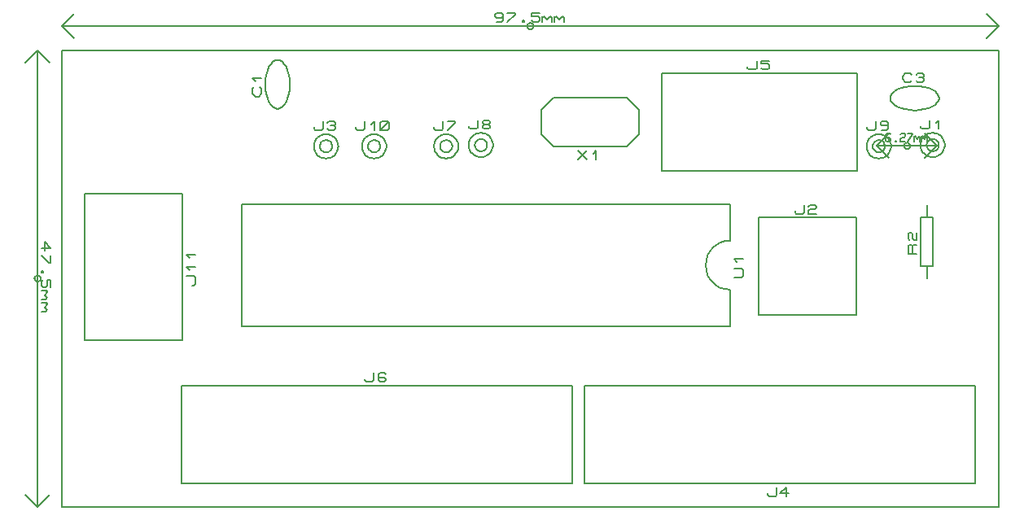
<source format=gbr>
G04 PROTEUS GERBER X2 FILE*
%TF.GenerationSoftware,Labcenter,Proteus,8.6-SP2-Build23525*%
%TF.CreationDate,2018-03-22T21:58:14+00:00*%
%TF.FileFunction,Legend,Top*%
%TF.FilePolarity,Positive*%
%TF.Part,Single*%
%FSLAX45Y45*%
%MOMM*%
G01*
%TA.AperFunction,Material*%
%ADD16C,0.203200*%
%TA.AperFunction,NonMaterial*%
%ADD17C,0.203200*%
%TD.AperFunction*%
D16*
X-5250000Y-3000000D02*
X+4500000Y-3000000D01*
X+4500000Y+1750000D01*
X-5250000Y+1750000D01*
X-5250000Y-3000000D01*
X-3004000Y+1139000D02*
X-3029876Y+1144080D01*
X-3053848Y+1158685D01*
X-3075438Y+1181862D01*
X-3094170Y+1212660D01*
X-3109569Y+1250125D01*
X-3121158Y+1293305D01*
X-3128460Y+1341248D01*
X-3131000Y+1393000D01*
X-3004000Y+1647000D02*
X-3029876Y+1641920D01*
X-3053848Y+1627315D01*
X-3075438Y+1604138D01*
X-3094170Y+1573340D01*
X-3109569Y+1535875D01*
X-3121158Y+1492695D01*
X-3128460Y+1444752D01*
X-3131000Y+1393000D01*
X-3004000Y+1139000D02*
X-2978124Y+1144080D01*
X-2954152Y+1158685D01*
X-2932562Y+1181862D01*
X-2913830Y+1212660D01*
X-2898431Y+1250125D01*
X-2886842Y+1293305D01*
X-2879540Y+1341248D01*
X-2877000Y+1393000D01*
X-3004000Y+1647000D02*
X-2978124Y+1641920D01*
X-2954152Y+1627315D01*
X-2932562Y+1604138D01*
X-2913830Y+1573340D01*
X-2898431Y+1535875D01*
X-2886842Y+1492695D01*
X-2879540Y+1444752D01*
X-2877000Y+1393000D01*
X-3186880Y+1361250D02*
X-3171640Y+1345375D01*
X-3171640Y+1297750D01*
X-3202120Y+1266000D01*
X-3232600Y+1266000D01*
X-3263080Y+1297750D01*
X-3263080Y+1345375D01*
X-3247840Y+1361250D01*
X-3232600Y+1424750D02*
X-3263080Y+1456500D01*
X-3171640Y+1456500D01*
X+3369000Y+1250000D02*
X+3374080Y+1275876D01*
X+3388685Y+1299848D01*
X+3411862Y+1321438D01*
X+3442660Y+1340170D01*
X+3480125Y+1355569D01*
X+3523305Y+1367158D01*
X+3571248Y+1374460D01*
X+3623000Y+1377000D01*
X+3877000Y+1250000D02*
X+3871920Y+1275876D01*
X+3857315Y+1299848D01*
X+3834138Y+1321438D01*
X+3803340Y+1340170D01*
X+3765875Y+1355569D01*
X+3722695Y+1367158D01*
X+3674752Y+1374460D01*
X+3623000Y+1377000D01*
X+3369000Y+1250000D02*
X+3374080Y+1224124D01*
X+3388685Y+1200152D01*
X+3411862Y+1178562D01*
X+3442660Y+1159830D01*
X+3480125Y+1144431D01*
X+3523305Y+1132842D01*
X+3571248Y+1125540D01*
X+3623000Y+1123000D01*
X+3877000Y+1250000D02*
X+3871920Y+1224124D01*
X+3857315Y+1200152D01*
X+3834138Y+1178562D01*
X+3803340Y+1159830D01*
X+3765875Y+1144431D01*
X+3722695Y+1132842D01*
X+3674752Y+1125540D01*
X+3623000Y+1123000D01*
X+3591250Y+1432880D02*
X+3575375Y+1417640D01*
X+3527750Y+1417640D01*
X+3496000Y+1448120D01*
X+3496000Y+1478600D01*
X+3527750Y+1509080D01*
X+3575375Y+1509080D01*
X+3591250Y+1493840D01*
X+3638875Y+1493840D02*
X+3654750Y+1509080D01*
X+3702375Y+1509080D01*
X+3718250Y+1493840D01*
X+3718250Y+1478600D01*
X+3702375Y+1463360D01*
X+3718250Y+1448120D01*
X+3718250Y+1432880D01*
X+3702375Y+1417640D01*
X+3654750Y+1417640D01*
X+3638875Y+1432880D01*
X+3670625Y+1463360D02*
X+3702375Y+1463360D01*
X+1996000Y+8000D02*
X+1996000Y-1008000D01*
X+3012000Y+8000D02*
X+3012000Y-1008000D01*
X+1996000Y-1008000D02*
X+3012000Y-1008000D01*
X+1996000Y+8000D02*
X+3012000Y+8000D01*
X+2377000Y+79120D02*
X+2377000Y+63880D01*
X+2392875Y+48640D01*
X+2456375Y+48640D01*
X+2472250Y+63880D01*
X+2472250Y+140080D01*
X+2519875Y+124840D02*
X+2535750Y+140080D01*
X+2583375Y+140080D01*
X+2599250Y+124840D01*
X+2599250Y+109600D01*
X+2583375Y+94360D01*
X+2535750Y+94360D01*
X+2519875Y+79120D01*
X+2519875Y+48640D01*
X+2599250Y+48640D01*
X+1449000Y-488000D02*
X+1454080Y-539752D01*
X+1468685Y-587695D01*
X+1491862Y-630875D01*
X+1522660Y-668340D01*
X+1560125Y-699138D01*
X+1603305Y-722315D01*
X+1651248Y-736920D01*
X+1703000Y-742000D01*
X+1449000Y-488000D02*
X+1454080Y-435518D01*
X+1468685Y-387233D01*
X+1491862Y-344009D01*
X+1522660Y-306708D01*
X+1560125Y-276193D01*
X+1603305Y-253328D01*
X+1651248Y-238976D01*
X+1703000Y-234000D01*
X+1703000Y-742000D02*
X+1703000Y-1123000D01*
X-3377000Y-1123000D02*
X-3377000Y+147000D01*
X+1703000Y+147000D02*
X+1703000Y-234000D01*
X+1703000Y-1123000D02*
X-3377000Y-1123000D01*
X+1703000Y+147000D02*
X-3377000Y+147000D01*
X+1743640Y-615000D02*
X+1819840Y-615000D01*
X+1835080Y-599125D01*
X+1835080Y-535625D01*
X+1819840Y-519750D01*
X+1743640Y-519750D01*
X+1774120Y-456250D02*
X+1743640Y-424500D01*
X+1835080Y-424500D01*
X+3750000Y-623000D02*
X+3750000Y-496000D01*
X+3686500Y-496000D02*
X+3813500Y-496000D01*
X+3813500Y+12000D01*
X+3686500Y+12000D01*
X+3686500Y-496000D01*
X+3750000Y+12000D02*
X+3750000Y+139000D01*
X+3645860Y-369000D02*
X+3554420Y-369000D01*
X+3554420Y-289625D01*
X+3569660Y-273750D01*
X+3584900Y-273750D01*
X+3600140Y-289625D01*
X+3600140Y-369000D01*
X+3600140Y-289625D02*
X+3615380Y-273750D01*
X+3645860Y-273750D01*
X+3569660Y-226125D02*
X+3554420Y-210250D01*
X+3554420Y-162625D01*
X+3569660Y-146750D01*
X+3584900Y-146750D01*
X+3600140Y-162625D01*
X+3600140Y-210250D01*
X+3615380Y-226125D01*
X+3645860Y-226125D01*
X+3645860Y-146750D01*
X+627000Y+746000D02*
X-135000Y+746000D01*
X-262000Y+873000D01*
X-262000Y+1127000D01*
X-135000Y+1254000D01*
X+627000Y+1254000D01*
X+754000Y+1127000D01*
X+754000Y+873000D01*
X+627000Y+746000D01*
X+119000Y+705360D02*
X+214250Y+613920D01*
X+119000Y+613920D02*
X+214250Y+705360D01*
X+277750Y+674880D02*
X+309500Y+705360D01*
X+309500Y+613920D01*
X-2373000Y+750000D02*
X-2373427Y+760409D01*
X-2376899Y+781228D01*
X-2384155Y+802047D01*
X-2395983Y+822866D01*
X-2414080Y+843524D01*
X-2434899Y+859045D01*
X-2455718Y+869030D01*
X-2476537Y+874814D01*
X-2497356Y+876972D01*
X-2500000Y+877000D01*
X-2627000Y+750000D02*
X-2626573Y+760409D01*
X-2623101Y+781228D01*
X-2615845Y+802047D01*
X-2604017Y+822866D01*
X-2585920Y+843524D01*
X-2565101Y+859045D01*
X-2544282Y+869030D01*
X-2523463Y+874814D01*
X-2502644Y+876972D01*
X-2500000Y+877000D01*
X-2627000Y+750000D02*
X-2626573Y+739591D01*
X-2623101Y+718772D01*
X-2615845Y+697953D01*
X-2604017Y+677134D01*
X-2585920Y+656476D01*
X-2565101Y+640955D01*
X-2544282Y+630970D01*
X-2523463Y+625186D01*
X-2502644Y+623028D01*
X-2500000Y+623000D01*
X-2373000Y+750000D02*
X-2373427Y+739591D01*
X-2376899Y+718772D01*
X-2384155Y+697953D01*
X-2395983Y+677134D01*
X-2414080Y+656476D01*
X-2434899Y+640955D01*
X-2455718Y+630970D01*
X-2476537Y+625186D01*
X-2497356Y+623028D01*
X-2500000Y+623000D01*
X-2436500Y+750000D02*
X-2436717Y+755247D01*
X-2438482Y+765742D01*
X-2442174Y+776237D01*
X-2448202Y+786732D01*
X-2457424Y+797112D01*
X-2467919Y+804800D01*
X-2478414Y+809718D01*
X-2488909Y+812524D01*
X-2499404Y+813497D01*
X-2500000Y+813500D01*
X-2563500Y+750000D02*
X-2563283Y+755247D01*
X-2561518Y+765742D01*
X-2557826Y+776237D01*
X-2551798Y+786732D01*
X-2542576Y+797112D01*
X-2532081Y+804800D01*
X-2521586Y+809718D01*
X-2511091Y+812524D01*
X-2500596Y+813497D01*
X-2500000Y+813500D01*
X-2563500Y+750000D02*
X-2563283Y+744753D01*
X-2561518Y+734258D01*
X-2557826Y+723763D01*
X-2551798Y+713268D01*
X-2542576Y+702888D01*
X-2532081Y+695200D01*
X-2521586Y+690282D01*
X-2511091Y+687476D01*
X-2500596Y+686503D01*
X-2500000Y+686500D01*
X-2436500Y+750000D02*
X-2436717Y+744753D01*
X-2438482Y+734258D01*
X-2442174Y+723763D01*
X-2448202Y+713268D01*
X-2457424Y+702888D01*
X-2467919Y+695200D01*
X-2478414Y+690282D01*
X-2488909Y+687476D01*
X-2499404Y+686503D01*
X-2500000Y+686500D01*
X-2627000Y+948120D02*
X-2627000Y+932880D01*
X-2611125Y+917640D01*
X-2547625Y+917640D01*
X-2531750Y+932880D01*
X-2531750Y+1009080D01*
X-2484125Y+993840D02*
X-2468250Y+1009080D01*
X-2420625Y+1009080D01*
X-2404750Y+993840D01*
X-2404750Y+978600D01*
X-2420625Y+963360D01*
X-2404750Y+948120D01*
X-2404750Y+932880D01*
X-2420625Y+917640D01*
X-2468250Y+917640D01*
X-2484125Y+932880D01*
X-2452375Y+963360D02*
X-2420625Y+963360D01*
X+4254000Y-2758000D02*
X+4254000Y-1742000D01*
X+190000Y-2758000D02*
X+190000Y-1742000D01*
X+4254000Y-1742000D01*
X+4254000Y-2758000D02*
X+190000Y-2758000D01*
X+2095000Y-2859600D02*
X+2095000Y-2874840D01*
X+2110875Y-2890080D01*
X+2174375Y-2890080D01*
X+2190250Y-2874840D01*
X+2190250Y-2798640D01*
X+2317250Y-2859600D02*
X+2222000Y-2859600D01*
X+2285500Y-2798640D01*
X+2285500Y-2890080D01*
X+996000Y+1508000D02*
X+996000Y+492000D01*
X+3028000Y+1508000D02*
X+3028000Y+492000D01*
X+996000Y+492000D01*
X+996000Y+1508000D02*
X+3028000Y+1508000D01*
X+1885000Y+1579120D02*
X+1885000Y+1563880D01*
X+1900875Y+1548640D01*
X+1964375Y+1548640D01*
X+1980250Y+1563880D01*
X+1980250Y+1640080D01*
X+2107250Y+1640080D02*
X+2027875Y+1640080D01*
X+2027875Y+1609600D01*
X+2091375Y+1609600D01*
X+2107250Y+1594360D01*
X+2107250Y+1563880D01*
X+2091375Y+1548640D01*
X+2043750Y+1548640D01*
X+2027875Y+1563880D01*
X-4004000Y-1742000D02*
X-4004000Y-2758000D01*
X+60000Y-1742000D02*
X+60000Y-2758000D01*
X-4004000Y-2758000D01*
X-4004000Y-1742000D02*
X+60000Y-1742000D01*
X-2099000Y-1670880D02*
X-2099000Y-1686120D01*
X-2083125Y-1701360D01*
X-2019625Y-1701360D01*
X-2003750Y-1686120D01*
X-2003750Y-1609920D01*
X-1876750Y-1625160D02*
X-1892625Y-1609920D01*
X-1940250Y-1609920D01*
X-1956125Y-1625160D01*
X-1956125Y-1686120D01*
X-1940250Y-1701360D01*
X-1892625Y-1701360D01*
X-1876750Y-1686120D01*
X-1876750Y-1670880D01*
X-1892625Y-1655640D01*
X-1956125Y-1655640D01*
X-1123000Y+750000D02*
X-1123427Y+760409D01*
X-1126899Y+781228D01*
X-1134155Y+802047D01*
X-1145983Y+822866D01*
X-1164080Y+843524D01*
X-1184899Y+859045D01*
X-1205718Y+869030D01*
X-1226537Y+874814D01*
X-1247356Y+876972D01*
X-1250000Y+877000D01*
X-1377000Y+750000D02*
X-1376573Y+760409D01*
X-1373101Y+781228D01*
X-1365845Y+802047D01*
X-1354017Y+822866D01*
X-1335920Y+843524D01*
X-1315101Y+859045D01*
X-1294282Y+869030D01*
X-1273463Y+874814D01*
X-1252644Y+876972D01*
X-1250000Y+877000D01*
X-1377000Y+750000D02*
X-1376573Y+739591D01*
X-1373101Y+718772D01*
X-1365845Y+697953D01*
X-1354017Y+677134D01*
X-1335920Y+656476D01*
X-1315101Y+640955D01*
X-1294282Y+630970D01*
X-1273463Y+625186D01*
X-1252644Y+623028D01*
X-1250000Y+623000D01*
X-1123000Y+750000D02*
X-1123427Y+739591D01*
X-1126899Y+718772D01*
X-1134155Y+697953D01*
X-1145983Y+677134D01*
X-1164080Y+656476D01*
X-1184899Y+640955D01*
X-1205718Y+630970D01*
X-1226537Y+625186D01*
X-1247356Y+623028D01*
X-1250000Y+623000D01*
X-1186500Y+750000D02*
X-1186717Y+755247D01*
X-1188482Y+765742D01*
X-1192174Y+776237D01*
X-1198202Y+786732D01*
X-1207424Y+797112D01*
X-1217919Y+804800D01*
X-1228414Y+809718D01*
X-1238909Y+812524D01*
X-1249404Y+813497D01*
X-1250000Y+813500D01*
X-1313500Y+750000D02*
X-1313283Y+755247D01*
X-1311518Y+765742D01*
X-1307826Y+776237D01*
X-1301798Y+786732D01*
X-1292576Y+797112D01*
X-1282081Y+804800D01*
X-1271586Y+809718D01*
X-1261091Y+812524D01*
X-1250596Y+813497D01*
X-1250000Y+813500D01*
X-1313500Y+750000D02*
X-1313283Y+744753D01*
X-1311518Y+734258D01*
X-1307826Y+723763D01*
X-1301798Y+713268D01*
X-1292576Y+702888D01*
X-1282081Y+695200D01*
X-1271586Y+690282D01*
X-1261091Y+687476D01*
X-1250596Y+686503D01*
X-1250000Y+686500D01*
X-1186500Y+750000D02*
X-1186717Y+744753D01*
X-1188482Y+734258D01*
X-1192174Y+723763D01*
X-1198202Y+713268D01*
X-1207424Y+702888D01*
X-1217919Y+695200D01*
X-1228414Y+690282D01*
X-1238909Y+687476D01*
X-1249404Y+686503D01*
X-1250000Y+686500D01*
X-1377000Y+948120D02*
X-1377000Y+932880D01*
X-1361125Y+917640D01*
X-1297625Y+917640D01*
X-1281750Y+932880D01*
X-1281750Y+1009080D01*
X-1234125Y+1009080D02*
X-1154750Y+1009080D01*
X-1154750Y+993840D01*
X-1234125Y+917640D01*
X-762000Y+762000D02*
X-762427Y+772409D01*
X-765899Y+793228D01*
X-773155Y+814047D01*
X-784983Y+834866D01*
X-803080Y+855524D01*
X-823899Y+871045D01*
X-844718Y+881030D01*
X-865537Y+886814D01*
X-886356Y+888972D01*
X-889000Y+889000D01*
X-1016000Y+762000D02*
X-1015573Y+772409D01*
X-1012101Y+793228D01*
X-1004845Y+814047D01*
X-993017Y+834866D01*
X-974920Y+855524D01*
X-954101Y+871045D01*
X-933282Y+881030D01*
X-912463Y+886814D01*
X-891644Y+888972D01*
X-889000Y+889000D01*
X-1016000Y+762000D02*
X-1015573Y+751591D01*
X-1012101Y+730772D01*
X-1004845Y+709953D01*
X-993017Y+689134D01*
X-974920Y+668476D01*
X-954101Y+652955D01*
X-933282Y+642970D01*
X-912463Y+637186D01*
X-891644Y+635028D01*
X-889000Y+635000D01*
X-762000Y+762000D02*
X-762427Y+751591D01*
X-765899Y+730772D01*
X-773155Y+709953D01*
X-784983Y+689134D01*
X-803080Y+668476D01*
X-823899Y+652955D01*
X-844718Y+642970D01*
X-865537Y+637186D01*
X-886356Y+635028D01*
X-889000Y+635000D01*
X-825500Y+762000D02*
X-825717Y+767247D01*
X-827482Y+777742D01*
X-831174Y+788237D01*
X-837202Y+798732D01*
X-846424Y+809112D01*
X-856919Y+816800D01*
X-867414Y+821718D01*
X-877909Y+824524D01*
X-888404Y+825497D01*
X-889000Y+825500D01*
X-952500Y+762000D02*
X-952283Y+767247D01*
X-950518Y+777742D01*
X-946826Y+788237D01*
X-940798Y+798732D01*
X-931576Y+809112D01*
X-921081Y+816800D01*
X-910586Y+821718D01*
X-900091Y+824524D01*
X-889596Y+825497D01*
X-889000Y+825500D01*
X-952500Y+762000D02*
X-952283Y+756753D01*
X-950518Y+746258D01*
X-946826Y+735763D01*
X-940798Y+725268D01*
X-931576Y+714888D01*
X-921081Y+707200D01*
X-910586Y+702282D01*
X-900091Y+699476D01*
X-889596Y+698503D01*
X-889000Y+698500D01*
X-825500Y+762000D02*
X-825717Y+756753D01*
X-827482Y+746258D01*
X-831174Y+735763D01*
X-837202Y+725268D01*
X-846424Y+714888D01*
X-856919Y+707200D01*
X-867414Y+702282D01*
X-877909Y+699476D01*
X-888404Y+698503D01*
X-889000Y+698500D01*
X-1016000Y+960120D02*
X-1016000Y+944880D01*
X-1000125Y+929640D01*
X-936625Y+929640D01*
X-920750Y+944880D01*
X-920750Y+1021080D01*
X-857250Y+975360D02*
X-873125Y+990600D01*
X-873125Y+1005840D01*
X-857250Y+1021080D01*
X-809625Y+1021080D01*
X-793750Y+1005840D01*
X-793750Y+990600D01*
X-809625Y+975360D01*
X-857250Y+975360D01*
X-873125Y+960120D01*
X-873125Y+944880D01*
X-857250Y+929640D01*
X-809625Y+929640D01*
X-793750Y+944880D01*
X-793750Y+960120D01*
X-809625Y+975360D01*
D17*
X-5500000Y+1750000D02*
X-5500000Y-3000000D01*
X-5500000Y+1750000D02*
X-5627000Y+1623000D01*
X-5500000Y+1750000D02*
X-5373000Y+1623000D01*
X-5500000Y-3000000D02*
X-5373000Y-2873000D01*
X-5500000Y-3000000D02*
X-5627000Y-2873000D01*
X-5468250Y-625000D02*
X-5468359Y-622366D01*
X-5469249Y-617097D01*
X-5471111Y-611828D01*
X-5474154Y-606559D01*
X-5478809Y-601357D01*
X-5484078Y-597531D01*
X-5489347Y-595091D01*
X-5494616Y-593710D01*
X-5499885Y-593250D01*
X-5500000Y-593250D01*
X-5531750Y-625000D02*
X-5531641Y-622366D01*
X-5530751Y-617097D01*
X-5528889Y-611828D01*
X-5525846Y-606559D01*
X-5521191Y-601357D01*
X-5515922Y-597531D01*
X-5510653Y-595091D01*
X-5505384Y-593710D01*
X-5500115Y-593250D01*
X-5500000Y-593250D01*
X-5531750Y-625000D02*
X-5531641Y-627634D01*
X-5530751Y-632903D01*
X-5528889Y-638172D01*
X-5525846Y-643441D01*
X-5521191Y-648643D01*
X-5515922Y-652469D01*
X-5510653Y-654909D01*
X-5505384Y-656290D01*
X-5500115Y-656750D01*
X-5500000Y-656750D01*
X-5468250Y-625000D02*
X-5468359Y-627634D01*
X-5469249Y-632903D01*
X-5471111Y-638172D01*
X-5474154Y-643441D01*
X-5478809Y-648643D01*
X-5484078Y-652469D01*
X-5489347Y-654909D01*
X-5494616Y-656290D01*
X-5499885Y-656750D01*
X-5500000Y-656750D01*
X-5428880Y-339250D02*
X-5428880Y-244000D01*
X-5367920Y-307500D01*
X-5459360Y-307500D01*
X-5367920Y-386875D02*
X-5367920Y-466250D01*
X-5383160Y-466250D01*
X-5459360Y-386875D01*
X-5444120Y-545625D02*
X-5444120Y-561500D01*
X-5459360Y-561500D01*
X-5459360Y-545625D01*
X-5444120Y-545625D01*
X-5367920Y-720250D02*
X-5367920Y-640875D01*
X-5398400Y-640875D01*
X-5398400Y-704375D01*
X-5413640Y-720250D01*
X-5444120Y-720250D01*
X-5459360Y-704375D01*
X-5459360Y-656750D01*
X-5444120Y-640875D01*
X-5459360Y-752000D02*
X-5398400Y-752000D01*
X-5413640Y-752000D02*
X-5398400Y-767875D01*
X-5428880Y-799625D01*
X-5398400Y-831375D01*
X-5413640Y-847250D01*
X-5459360Y-847250D01*
X-5459360Y-879000D02*
X-5398400Y-879000D01*
X-5413640Y-879000D02*
X-5398400Y-894875D01*
X-5428880Y-926625D01*
X-5398400Y-958375D01*
X-5413640Y-974250D01*
X-5459360Y-974250D01*
X-5250000Y+2000000D02*
X+4500000Y+2000000D01*
X-5250000Y+2000000D02*
X-5123000Y+1873000D01*
X-5250000Y+2000000D02*
X-5123000Y+2127000D01*
X+4500000Y+2000000D02*
X+4373000Y+2127000D01*
X+4500000Y+2000000D02*
X+4373000Y+1873000D01*
X-343250Y+2000000D02*
X-343359Y+2002634D01*
X-344249Y+2007903D01*
X-346111Y+2013172D01*
X-349154Y+2018441D01*
X-353809Y+2023643D01*
X-359078Y+2027469D01*
X-364347Y+2029909D01*
X-369616Y+2031290D01*
X-374885Y+2031750D01*
X-375000Y+2031750D01*
X-406750Y+2000000D02*
X-406641Y+2002634D01*
X-405751Y+2007903D01*
X-403889Y+2013172D01*
X-400846Y+2018441D01*
X-396191Y+2023643D01*
X-390922Y+2027469D01*
X-385653Y+2029909D01*
X-380384Y+2031290D01*
X-375115Y+2031750D01*
X-375000Y+2031750D01*
X-406750Y+2000000D02*
X-406641Y+1997366D01*
X-405751Y+1992097D01*
X-403889Y+1986828D01*
X-400846Y+1981559D01*
X-396191Y+1976357D01*
X-390922Y+1972531D01*
X-385653Y+1970091D01*
X-380384Y+1968710D01*
X-375115Y+1968250D01*
X-375000Y+1968250D01*
X-343250Y+2000000D02*
X-343359Y+1997366D01*
X-344249Y+1992097D01*
X-346111Y+1986828D01*
X-349154Y+1981559D01*
X-353809Y+1976357D01*
X-359078Y+1972531D01*
X-364347Y+1970091D01*
X-369616Y+1968710D01*
X-374885Y+1968250D01*
X-375000Y+1968250D01*
X-660750Y+2101600D02*
X-676625Y+2086360D01*
X-724250Y+2086360D01*
X-740125Y+2101600D01*
X-740125Y+2116840D01*
X-724250Y+2132080D01*
X-676625Y+2132080D01*
X-660750Y+2116840D01*
X-660750Y+2055880D01*
X-676625Y+2040640D01*
X-724250Y+2040640D01*
X-613125Y+2132080D02*
X-533750Y+2132080D01*
X-533750Y+2116840D01*
X-613125Y+2040640D01*
X-454375Y+2055880D02*
X-438500Y+2055880D01*
X-438500Y+2040640D01*
X-454375Y+2040640D01*
X-454375Y+2055880D01*
X-279750Y+2132080D02*
X-359125Y+2132080D01*
X-359125Y+2101600D01*
X-295625Y+2101600D01*
X-279750Y+2086360D01*
X-279750Y+2055880D01*
X-295625Y+2040640D01*
X-343250Y+2040640D01*
X-359125Y+2055880D01*
X-248000Y+2040640D02*
X-248000Y+2101600D01*
X-248000Y+2086360D02*
X-232125Y+2101600D01*
X-200375Y+2071120D01*
X-168625Y+2101600D01*
X-152750Y+2086360D01*
X-152750Y+2040640D01*
X-121000Y+2040640D02*
X-121000Y+2101600D01*
X-121000Y+2086360D02*
X-105125Y+2101600D01*
X-73375Y+2071120D01*
X-41625Y+2101600D01*
X-25750Y+2086360D01*
X-25750Y+2040640D01*
D16*
X-3992000Y+254000D02*
X-5008000Y+254000D01*
X-3992000Y-1270000D02*
X-5008000Y-1270000D01*
X-5008000Y+254000D02*
X-5008000Y-1270000D01*
X-3992000Y-1270000D02*
X-3992000Y+254000D01*
X-3890400Y-698500D02*
X-3875160Y-698500D01*
X-3859920Y-682625D01*
X-3859920Y-619125D01*
X-3875160Y-603250D01*
X-3951360Y-603250D01*
X-3920880Y-539750D02*
X-3951360Y-508000D01*
X-3859920Y-508000D01*
X-3920880Y-412750D02*
X-3951360Y-381000D01*
X-3859920Y-381000D01*
X+3937000Y+762000D02*
X+3936573Y+772409D01*
X+3933101Y+793228D01*
X+3925845Y+814047D01*
X+3914017Y+834866D01*
X+3895920Y+855524D01*
X+3875101Y+871045D01*
X+3854282Y+881030D01*
X+3833463Y+886814D01*
X+3812644Y+888972D01*
X+3810000Y+889000D01*
X+3683000Y+762000D02*
X+3683427Y+772409D01*
X+3686899Y+793228D01*
X+3694155Y+814047D01*
X+3705983Y+834866D01*
X+3724080Y+855524D01*
X+3744899Y+871045D01*
X+3765718Y+881030D01*
X+3786537Y+886814D01*
X+3807356Y+888972D01*
X+3810000Y+889000D01*
X+3683000Y+762000D02*
X+3683427Y+751591D01*
X+3686899Y+730772D01*
X+3694155Y+709953D01*
X+3705983Y+689134D01*
X+3724080Y+668476D01*
X+3744899Y+652955D01*
X+3765718Y+642970D01*
X+3786537Y+637186D01*
X+3807356Y+635028D01*
X+3810000Y+635000D01*
X+3937000Y+762000D02*
X+3936573Y+751591D01*
X+3933101Y+730772D01*
X+3925845Y+709953D01*
X+3914017Y+689134D01*
X+3895920Y+668476D01*
X+3875101Y+652955D01*
X+3854282Y+642970D01*
X+3833463Y+637186D01*
X+3812644Y+635028D01*
X+3810000Y+635000D01*
X+3873500Y+762000D02*
X+3873283Y+767247D01*
X+3871518Y+777742D01*
X+3867826Y+788237D01*
X+3861798Y+798732D01*
X+3852576Y+809112D01*
X+3842081Y+816800D01*
X+3831586Y+821718D01*
X+3821091Y+824524D01*
X+3810596Y+825497D01*
X+3810000Y+825500D01*
X+3746500Y+762000D02*
X+3746717Y+767247D01*
X+3748482Y+777742D01*
X+3752174Y+788237D01*
X+3758202Y+798732D01*
X+3767424Y+809112D01*
X+3777919Y+816800D01*
X+3788414Y+821718D01*
X+3798909Y+824524D01*
X+3809404Y+825497D01*
X+3810000Y+825500D01*
X+3746500Y+762000D02*
X+3746717Y+756753D01*
X+3748482Y+746258D01*
X+3752174Y+735763D01*
X+3758202Y+725268D01*
X+3767424Y+714888D01*
X+3777919Y+707200D01*
X+3788414Y+702282D01*
X+3798909Y+699476D01*
X+3809404Y+698503D01*
X+3810000Y+698500D01*
X+3873500Y+762000D02*
X+3873283Y+756753D01*
X+3871518Y+746258D01*
X+3867826Y+735763D01*
X+3861798Y+725268D01*
X+3852576Y+714888D01*
X+3842081Y+707200D01*
X+3831586Y+702282D01*
X+3821091Y+699476D01*
X+3810596Y+698503D01*
X+3810000Y+698500D01*
X+3683000Y+960120D02*
X+3683000Y+944880D01*
X+3698875Y+929640D01*
X+3762375Y+929640D01*
X+3778250Y+944880D01*
X+3778250Y+1021080D01*
X+3841750Y+990600D02*
X+3873500Y+1021080D01*
X+3873500Y+929640D01*
X+3377000Y+750000D02*
X+3376573Y+760409D01*
X+3373101Y+781228D01*
X+3365845Y+802047D01*
X+3354017Y+822866D01*
X+3335920Y+843524D01*
X+3315101Y+859045D01*
X+3294282Y+869030D01*
X+3273463Y+874814D01*
X+3252644Y+876972D01*
X+3250000Y+877000D01*
X+3123000Y+750000D02*
X+3123427Y+760409D01*
X+3126899Y+781228D01*
X+3134155Y+802047D01*
X+3145983Y+822866D01*
X+3164080Y+843524D01*
X+3184899Y+859045D01*
X+3205718Y+869030D01*
X+3226537Y+874814D01*
X+3247356Y+876972D01*
X+3250000Y+877000D01*
X+3123000Y+750000D02*
X+3123427Y+739591D01*
X+3126899Y+718772D01*
X+3134155Y+697953D01*
X+3145983Y+677134D01*
X+3164080Y+656476D01*
X+3184899Y+640955D01*
X+3205718Y+630970D01*
X+3226537Y+625186D01*
X+3247356Y+623028D01*
X+3250000Y+623000D01*
X+3377000Y+750000D02*
X+3376573Y+739591D01*
X+3373101Y+718772D01*
X+3365845Y+697953D01*
X+3354017Y+677134D01*
X+3335920Y+656476D01*
X+3315101Y+640955D01*
X+3294282Y+630970D01*
X+3273463Y+625186D01*
X+3252644Y+623028D01*
X+3250000Y+623000D01*
X+3313500Y+750000D02*
X+3313283Y+755247D01*
X+3311518Y+765742D01*
X+3307826Y+776237D01*
X+3301798Y+786732D01*
X+3292576Y+797112D01*
X+3282081Y+804800D01*
X+3271586Y+809718D01*
X+3261091Y+812524D01*
X+3250596Y+813497D01*
X+3250000Y+813500D01*
X+3186500Y+750000D02*
X+3186717Y+755247D01*
X+3188482Y+765742D01*
X+3192174Y+776237D01*
X+3198202Y+786732D01*
X+3207424Y+797112D01*
X+3217919Y+804800D01*
X+3228414Y+809718D01*
X+3238909Y+812524D01*
X+3249404Y+813497D01*
X+3250000Y+813500D01*
X+3186500Y+750000D02*
X+3186717Y+744753D01*
X+3188482Y+734258D01*
X+3192174Y+723763D01*
X+3198202Y+713268D01*
X+3207424Y+702888D01*
X+3217919Y+695200D01*
X+3228414Y+690282D01*
X+3238909Y+687476D01*
X+3249404Y+686503D01*
X+3250000Y+686500D01*
X+3313500Y+750000D02*
X+3313283Y+744753D01*
X+3311518Y+734258D01*
X+3307826Y+723763D01*
X+3301798Y+713268D01*
X+3292576Y+702888D01*
X+3282081Y+695200D01*
X+3271586Y+690282D01*
X+3261091Y+687476D01*
X+3250596Y+686503D01*
X+3250000Y+686500D01*
X+3123000Y+948120D02*
X+3123000Y+932880D01*
X+3138875Y+917640D01*
X+3202375Y+917640D01*
X+3218250Y+932880D01*
X+3218250Y+1009080D01*
X+3345250Y+978600D02*
X+3329375Y+963360D01*
X+3281750Y+963360D01*
X+3265875Y+978600D01*
X+3265875Y+993840D01*
X+3281750Y+1009080D01*
X+3329375Y+1009080D01*
X+3345250Y+993840D01*
X+3345250Y+932880D01*
X+3329375Y+917640D01*
X+3281750Y+917640D01*
D17*
X+3230000Y+754000D02*
X+3857000Y+754000D01*
X+3230000Y+754000D02*
X+3357000Y+627000D01*
X+3230000Y+754000D02*
X+3357000Y+881000D01*
X+3857000Y+754000D02*
X+3730000Y+881000D01*
X+3857000Y+754000D02*
X+3730000Y+627000D01*
X+3575250Y+754000D02*
X+3575141Y+756634D01*
X+3574251Y+761903D01*
X+3572389Y+767172D01*
X+3569346Y+772441D01*
X+3564691Y+777643D01*
X+3559422Y+781469D01*
X+3554153Y+783909D01*
X+3548884Y+785290D01*
X+3543615Y+785750D01*
X+3543500Y+785750D01*
X+3511750Y+754000D02*
X+3511859Y+756634D01*
X+3512749Y+761903D01*
X+3514611Y+767172D01*
X+3517654Y+772441D01*
X+3522309Y+777643D01*
X+3527578Y+781469D01*
X+3532847Y+783909D01*
X+3538116Y+785290D01*
X+3543385Y+785750D01*
X+3543500Y+785750D01*
X+3511750Y+754000D02*
X+3511859Y+751366D01*
X+3512749Y+746097D01*
X+3514611Y+740828D01*
X+3517654Y+735559D01*
X+3522309Y+730357D01*
X+3527578Y+726531D01*
X+3532847Y+724091D01*
X+3538116Y+722710D01*
X+3543385Y+722250D01*
X+3543500Y+722250D01*
X+3575250Y+754000D02*
X+3575141Y+751366D01*
X+3574251Y+746097D01*
X+3572389Y+740828D01*
X+3569346Y+735559D01*
X+3564691Y+730357D01*
X+3559422Y+726531D01*
X+3554153Y+724091D01*
X+3548884Y+722710D01*
X+3543615Y+722250D01*
X+3543500Y+722250D01*
X+3372050Y+870840D02*
X+3362525Y+886080D01*
X+3333950Y+886080D01*
X+3324425Y+870840D01*
X+3324425Y+809880D01*
X+3333950Y+794640D01*
X+3362525Y+794640D01*
X+3372050Y+809880D01*
X+3372050Y+825120D01*
X+3362525Y+840360D01*
X+3324425Y+840360D01*
X+3419675Y+809880D02*
X+3429200Y+809880D01*
X+3429200Y+794640D01*
X+3419675Y+794640D01*
X+3419675Y+809880D01*
X+3476825Y+870840D02*
X+3486350Y+886080D01*
X+3514925Y+886080D01*
X+3524450Y+870840D01*
X+3524450Y+855600D01*
X+3514925Y+840360D01*
X+3486350Y+840360D01*
X+3476825Y+825120D01*
X+3476825Y+794640D01*
X+3524450Y+794640D01*
X+3553025Y+886080D02*
X+3600650Y+886080D01*
X+3600650Y+870840D01*
X+3553025Y+794640D01*
X+3619700Y+794640D02*
X+3619700Y+855600D01*
X+3619700Y+840360D02*
X+3629225Y+855600D01*
X+3648275Y+825120D01*
X+3667325Y+855600D01*
X+3676850Y+840360D01*
X+3676850Y+794640D01*
X+3695900Y+794640D02*
X+3695900Y+855600D01*
X+3695900Y+840360D02*
X+3705425Y+855600D01*
X+3724475Y+825120D01*
X+3743525Y+855600D01*
X+3753050Y+840360D01*
X+3753050Y+794640D01*
D16*
X-1873000Y+750000D02*
X-1873427Y+760409D01*
X-1876899Y+781228D01*
X-1884155Y+802047D01*
X-1895983Y+822866D01*
X-1914080Y+843524D01*
X-1934899Y+859045D01*
X-1955718Y+869030D01*
X-1976537Y+874814D01*
X-1997356Y+876972D01*
X-2000000Y+877000D01*
X-2127000Y+750000D02*
X-2126573Y+760409D01*
X-2123101Y+781228D01*
X-2115845Y+802047D01*
X-2104017Y+822866D01*
X-2085920Y+843524D01*
X-2065101Y+859045D01*
X-2044282Y+869030D01*
X-2023463Y+874814D01*
X-2002644Y+876972D01*
X-2000000Y+877000D01*
X-2127000Y+750000D02*
X-2126573Y+739591D01*
X-2123101Y+718772D01*
X-2115845Y+697953D01*
X-2104017Y+677134D01*
X-2085920Y+656476D01*
X-2065101Y+640955D01*
X-2044282Y+630970D01*
X-2023463Y+625186D01*
X-2002644Y+623028D01*
X-2000000Y+623000D01*
X-1873000Y+750000D02*
X-1873427Y+739591D01*
X-1876899Y+718772D01*
X-1884155Y+697953D01*
X-1895983Y+677134D01*
X-1914080Y+656476D01*
X-1934899Y+640955D01*
X-1955718Y+630970D01*
X-1976537Y+625186D01*
X-1997356Y+623028D01*
X-2000000Y+623000D01*
X-1936500Y+750000D02*
X-1936717Y+755247D01*
X-1938482Y+765742D01*
X-1942174Y+776237D01*
X-1948202Y+786732D01*
X-1957424Y+797112D01*
X-1967919Y+804800D01*
X-1978414Y+809718D01*
X-1988909Y+812524D01*
X-1999404Y+813497D01*
X-2000000Y+813500D01*
X-2063500Y+750000D02*
X-2063283Y+755247D01*
X-2061518Y+765742D01*
X-2057826Y+776237D01*
X-2051798Y+786732D01*
X-2042576Y+797112D01*
X-2032081Y+804800D01*
X-2021586Y+809718D01*
X-2011091Y+812524D01*
X-2000596Y+813497D01*
X-2000000Y+813500D01*
X-2063500Y+750000D02*
X-2063283Y+744753D01*
X-2061518Y+734258D01*
X-2057826Y+723763D01*
X-2051798Y+713268D01*
X-2042576Y+702888D01*
X-2032081Y+695200D01*
X-2021586Y+690282D01*
X-2011091Y+687476D01*
X-2000596Y+686503D01*
X-2000000Y+686500D01*
X-1936500Y+750000D02*
X-1936717Y+744753D01*
X-1938482Y+734258D01*
X-1942174Y+723763D01*
X-1948202Y+713268D01*
X-1957424Y+702888D01*
X-1967919Y+695200D01*
X-1978414Y+690282D01*
X-1988909Y+687476D01*
X-1999404Y+686503D01*
X-2000000Y+686500D01*
X-2190500Y+948120D02*
X-2190500Y+932880D01*
X-2174625Y+917640D01*
X-2111125Y+917640D01*
X-2095250Y+932880D01*
X-2095250Y+1009080D01*
X-2031750Y+978600D02*
X-2000000Y+1009080D01*
X-2000000Y+917640D01*
X-1936500Y+932880D02*
X-1936500Y+993840D01*
X-1920625Y+1009080D01*
X-1857125Y+1009080D01*
X-1841250Y+993840D01*
X-1841250Y+932880D01*
X-1857125Y+917640D01*
X-1920625Y+917640D01*
X-1936500Y+932880D01*
X-1936500Y+917640D02*
X-1841250Y+1009080D01*
M02*

</source>
